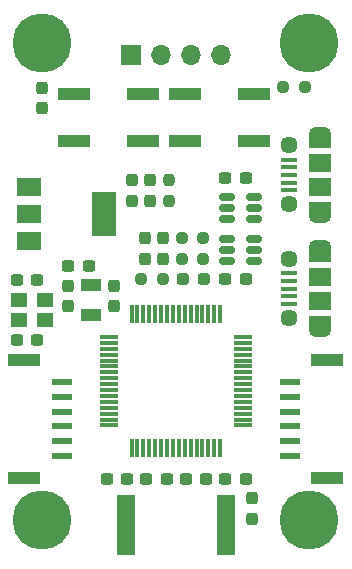
<source format=gbr>
%TF.GenerationSoftware,KiCad,Pcbnew,(6.0.2)*%
%TF.CreationDate,2022-06-15T17:14:16+10:00*%
%TF.ProjectId,RFM95_Serial_Converter_PCB,52464d39-355f-4536-9572-69616c5f436f,rev?*%
%TF.SameCoordinates,Original*%
%TF.FileFunction,Soldermask,Top*%
%TF.FilePolarity,Negative*%
%FSLAX46Y46*%
G04 Gerber Fmt 4.6, Leading zero omitted, Abs format (unit mm)*
G04 Created by KiCad (PCBNEW (6.0.2)) date 2022-06-15 17:14:16*
%MOMM*%
%LPD*%
G01*
G04 APERTURE LIST*
G04 Aperture macros list*
%AMRoundRect*
0 Rectangle with rounded corners*
0 $1 Rounding radius*
0 $2 $3 $4 $5 $6 $7 $8 $9 X,Y pos of 4 corners*
0 Add a 4 corners polygon primitive as box body*
4,1,4,$2,$3,$4,$5,$6,$7,$8,$9,$2,$3,0*
0 Add four circle primitives for the rounded corners*
1,1,$1+$1,$2,$3*
1,1,$1+$1,$4,$5*
1,1,$1+$1,$6,$7*
1,1,$1+$1,$8,$9*
0 Add four rect primitives between the rounded corners*
20,1,$1+$1,$2,$3,$4,$5,0*
20,1,$1+$1,$4,$5,$6,$7,0*
20,1,$1+$1,$6,$7,$8,$9,0*
20,1,$1+$1,$8,$9,$2,$3,0*%
G04 Aperture macros list end*
%ADD10RoundRect,0.075000X-0.700000X-0.075000X0.700000X-0.075000X0.700000X0.075000X-0.700000X0.075000X0*%
%ADD11RoundRect,0.075000X-0.075000X-0.700000X0.075000X-0.700000X0.075000X0.700000X-0.075000X0.700000X0*%
%ADD12C,5.000000*%
%ADD13RoundRect,0.237500X-0.300000X-0.237500X0.300000X-0.237500X0.300000X0.237500X-0.300000X0.237500X0*%
%ADD14RoundRect,0.237500X0.237500X-0.300000X0.237500X0.300000X-0.237500X0.300000X-0.237500X-0.300000X0*%
%ADD15R,1.700000X1.700000*%
%ADD16O,1.700000X1.700000*%
%ADD17R,2.800000X1.000000*%
%ADD18R,1.350000X0.400000*%
%ADD19R,1.900000X1.200000*%
%ADD20R,1.900000X1.500000*%
%ADD21O,1.900000X1.200000*%
%ADD22C,1.450000*%
%ADD23R,2.000000X1.500000*%
%ADD24R,2.000000X3.800000*%
%ADD25R,2.700000X1.000000*%
%ADD26R,1.700000X0.600000*%
%ADD27R,1.400000X1.200000*%
%ADD28RoundRect,0.237500X-0.237500X0.300000X-0.237500X-0.300000X0.237500X-0.300000X0.237500X0.300000X0*%
%ADD29RoundRect,0.237500X0.300000X0.237500X-0.300000X0.237500X-0.300000X-0.237500X0.300000X-0.237500X0*%
%ADD30RoundRect,0.237500X-0.250000X-0.237500X0.250000X-0.237500X0.250000X0.237500X-0.250000X0.237500X0*%
%ADD31RoundRect,0.237500X-0.287500X-0.237500X0.287500X-0.237500X0.287500X0.237500X-0.287500X0.237500X0*%
%ADD32R,1.800000X1.000000*%
%ADD33RoundRect,0.237500X0.250000X0.237500X-0.250000X0.237500X-0.250000X-0.237500X0.250000X-0.237500X0*%
%ADD34RoundRect,0.237500X0.237500X-0.250000X0.237500X0.250000X-0.237500X0.250000X-0.237500X-0.250000X0*%
%ADD35RoundRect,0.150000X0.512500X0.150000X-0.512500X0.150000X-0.512500X-0.150000X0.512500X-0.150000X0*%
%ADD36R,1.500000X5.080000*%
G04 APERTURE END LIST*
D10*
%TO.C,U6*%
X70652000Y-68335200D03*
X70652000Y-68835200D03*
X70652000Y-69335200D03*
X70652000Y-69835200D03*
X70652000Y-70335200D03*
X70652000Y-70835200D03*
X70652000Y-71335200D03*
X70652000Y-71835200D03*
X70652000Y-72335200D03*
X70652000Y-72835200D03*
X70652000Y-73335200D03*
X70652000Y-73835200D03*
X70652000Y-74335200D03*
X70652000Y-74835200D03*
X70652000Y-75335200D03*
X70652000Y-75835200D03*
D11*
X72577000Y-77760200D03*
X73077000Y-77760200D03*
X73577000Y-77760200D03*
X74077000Y-77760200D03*
X74577000Y-77760200D03*
X75077000Y-77760200D03*
X75577000Y-77760200D03*
X76077000Y-77760200D03*
X76577000Y-77760200D03*
X77077000Y-77760200D03*
X77577000Y-77760200D03*
X78077000Y-77760200D03*
X78577000Y-77760200D03*
X79077000Y-77760200D03*
X79577000Y-77760200D03*
X80077000Y-77760200D03*
D10*
X82002000Y-75835200D03*
X82002000Y-75335200D03*
X82002000Y-74835200D03*
X82002000Y-74335200D03*
X82002000Y-73835200D03*
X82002000Y-73335200D03*
X82002000Y-72835200D03*
X82002000Y-72335200D03*
X82002000Y-71835200D03*
X82002000Y-71335200D03*
X82002000Y-70835200D03*
X82002000Y-70335200D03*
X82002000Y-69835200D03*
X82002000Y-69335200D03*
X82002000Y-68835200D03*
X82002000Y-68335200D03*
D11*
X80077000Y-66410200D03*
X79577000Y-66410200D03*
X79077000Y-66410200D03*
X78577000Y-66410200D03*
X78077000Y-66410200D03*
X77577000Y-66410200D03*
X77077000Y-66410200D03*
X76577000Y-66410200D03*
X76077000Y-66410200D03*
X75577000Y-66410200D03*
X75077000Y-66410200D03*
X74577000Y-66410200D03*
X74077000Y-66410200D03*
X73577000Y-66410200D03*
X73077000Y-66410200D03*
X72577000Y-66410200D03*
%TD*%
D12*
%TO.C,H3*%
X87630000Y-83820000D03*
%TD*%
D13*
%TO.C,C9*%
X80519100Y-80365600D03*
X82244100Y-80365600D03*
%TD*%
D14*
%TO.C,C5*%
X74168000Y-56793300D03*
X74168000Y-55068300D03*
%TD*%
D13*
%TO.C,C16*%
X62859400Y-68617200D03*
X64584400Y-68617200D03*
%TD*%
D14*
%TO.C,C2*%
X73710800Y-61720900D03*
X73710800Y-59995900D03*
%TD*%
D15*
%TO.C,J1*%
X72517000Y-44507000D03*
D16*
X75057000Y-44507000D03*
X77597000Y-44507000D03*
X80137000Y-44507000D03*
%TD*%
D13*
%TO.C,C3*%
X67208400Y-62331600D03*
X68933400Y-62331600D03*
%TD*%
D17*
%TO.C,SW1*%
X82910000Y-51784000D03*
X77110000Y-51784000D03*
X82910000Y-47784000D03*
X77110000Y-47784000D03*
%TD*%
D18*
%TO.C,J5*%
X85869500Y-65562000D03*
X85869500Y-64912000D03*
X85869500Y-64262000D03*
X85869500Y-63612000D03*
X85869500Y-62962000D03*
D19*
X88569500Y-67162000D03*
D20*
X88569500Y-63262000D03*
D19*
X88569500Y-61362000D03*
D21*
X88569500Y-67762000D03*
D22*
X85869500Y-66762000D03*
D21*
X88569500Y-60762000D03*
D22*
X85869500Y-61762000D03*
D20*
X88569500Y-65262000D03*
%TD*%
D14*
%TO.C,C1*%
X75234800Y-61719800D03*
X75234800Y-59994800D03*
%TD*%
D23*
%TO.C,U2*%
X63906000Y-55612000D03*
X63906000Y-57912000D03*
D24*
X70206000Y-57912000D03*
D23*
X63906000Y-60212000D03*
%TD*%
D25*
%TO.C,J2*%
X63497000Y-80260600D03*
X63497000Y-70310600D03*
D26*
X66697000Y-78410600D03*
X66697000Y-77160600D03*
X66697000Y-75910600D03*
X66697000Y-74660600D03*
X66697000Y-73410600D03*
X66697000Y-72160600D03*
%TD*%
D13*
%TO.C,C12*%
X73812400Y-80365600D03*
X75537400Y-80365600D03*
%TD*%
%TO.C,C11*%
X80518000Y-63449200D03*
X82243000Y-63449200D03*
%TD*%
D27*
%TO.C,Y2*%
X63078000Y-66927200D03*
X65278000Y-66927200D03*
X65278000Y-65227200D03*
X63078000Y-65227200D03*
%TD*%
D28*
%TO.C,C14*%
X71120000Y-64008000D03*
X71120000Y-65733000D03*
%TD*%
D29*
%TO.C,C17*%
X64582200Y-63537200D03*
X62857200Y-63537200D03*
%TD*%
D30*
%TO.C,R5*%
X73407900Y-63398400D03*
X75232900Y-63398400D03*
%TD*%
D29*
%TO.C,C10*%
X78891300Y-80365600D03*
X77166300Y-80365600D03*
%TD*%
D31*
%TO.C,D1*%
X76939200Y-63398400D03*
X78689200Y-63398400D03*
%TD*%
D18*
%TO.C,J4*%
X85869500Y-55926000D03*
X85869500Y-55276000D03*
X85869500Y-54626000D03*
X85869500Y-53976000D03*
X85869500Y-53326000D03*
D21*
X88569500Y-51126000D03*
D22*
X85869500Y-57126000D03*
D19*
X88569500Y-57526000D03*
X88569500Y-51726000D03*
D21*
X88569500Y-58126000D03*
D22*
X85869500Y-52126000D03*
D20*
X88569500Y-53626000D03*
X88569500Y-55626000D03*
%TD*%
D13*
%TO.C,C6*%
X80518000Y-54864000D03*
X82243000Y-54864000D03*
%TD*%
D32*
%TO.C,Y1*%
X69138800Y-63977200D03*
X69138800Y-66477200D03*
%TD*%
D33*
%TO.C,R3*%
X78636500Y-59944000D03*
X76811500Y-59944000D03*
%TD*%
D12*
%TO.C,H2*%
X87630000Y-43434000D03*
%TD*%
D14*
%TO.C,C8*%
X82804000Y-83717300D03*
X82804000Y-81992300D03*
%TD*%
D17*
%TO.C,SW2*%
X67712000Y-51784000D03*
X73512000Y-51784000D03*
X67712000Y-47784000D03*
X73512000Y-47784000D03*
%TD*%
D12*
%TO.C,H4*%
X65024000Y-83820000D03*
%TD*%
D34*
%TO.C,R1*%
X75742800Y-56843300D03*
X75742800Y-55018300D03*
%TD*%
D14*
%TO.C,C7*%
X64973200Y-48970100D03*
X64973200Y-47245100D03*
%TD*%
D33*
%TO.C,R2*%
X87221700Y-47193200D03*
X85396700Y-47193200D03*
%TD*%
D35*
%TO.C,U3*%
X82925500Y-58354000D03*
X82925500Y-57404000D03*
X82925500Y-56454000D03*
X80650500Y-56454000D03*
X80650500Y-57404000D03*
X80650500Y-58354000D03*
%TD*%
D29*
%TO.C,C13*%
X72185700Y-80365600D03*
X70460700Y-80365600D03*
%TD*%
D35*
%TO.C,U4*%
X82925500Y-61910000D03*
X82925500Y-60960000D03*
X82925500Y-60010000D03*
X80650500Y-60010000D03*
X80650500Y-60960000D03*
X80650500Y-61910000D03*
%TD*%
D14*
%TO.C,C4*%
X72593200Y-56793300D03*
X72593200Y-55068300D03*
%TD*%
D26*
%TO.C,J3*%
X85957000Y-78410600D03*
X85957000Y-77160600D03*
X85957000Y-75910600D03*
X85957000Y-74660600D03*
X85957000Y-73410600D03*
X85957000Y-72160600D03*
D25*
X89157000Y-80260600D03*
X89157000Y-70310600D03*
%TD*%
D14*
%TO.C,C15*%
X67157600Y-65734100D03*
X67157600Y-64009100D03*
%TD*%
D33*
%TO.C,R4*%
X78636500Y-61772800D03*
X76811500Y-61772800D03*
%TD*%
D12*
%TO.C,H1*%
X65024000Y-43434000D03*
%TD*%
D36*
%TO.C,AE1*%
X80577000Y-84299500D03*
X72077000Y-84299500D03*
%TD*%
M02*

</source>
